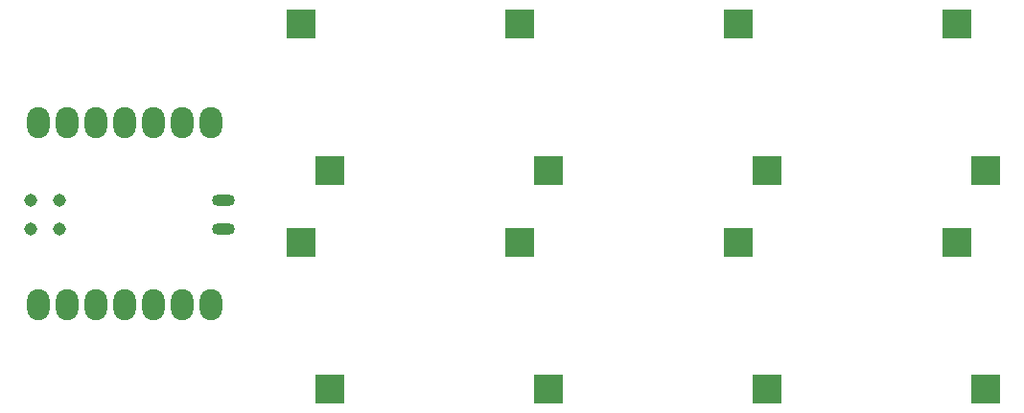
<source format=gbr>
G04 #@! TF.GenerationSoftware,KiCad,Pcbnew,8.0.6*
G04 #@! TF.CreationDate,2025-06-28T13:01:24+01:00*
G04 #@! TF.ProjectId,2x4,3278342e-6b69-4636-9164-5f7063625858,0.2*
G04 #@! TF.SameCoordinates,Original*
G04 #@! TF.FileFunction,Paste,Bot*
G04 #@! TF.FilePolarity,Positive*
%FSLAX46Y46*%
G04 Gerber Fmt 4.6, Leading zero omitted, Abs format (unit mm)*
G04 Created by KiCad (PCBNEW 8.0.6) date 2025-06-28 13:01:24*
%MOMM*%
%LPD*%
G01*
G04 APERTURE LIST*
%ADD10R,2.500000X2.550000*%
%ADD11O,1.998980X2.748280*%
%ADD12O,2.032000X1.016000*%
%ADD13C,1.143000*%
G04 APERTURE END LIST*
D10*
X103886000Y-44223000D03*
X106426000Y-57150000D03*
X142494000Y-63527000D03*
X145034000Y-76454000D03*
X123190000Y-44223000D03*
X125730000Y-57150000D03*
X123190000Y-63527000D03*
X125730000Y-76454000D03*
X103886000Y-63527000D03*
X106426000Y-76454000D03*
X84538934Y-44223000D03*
X87078934Y-57150000D03*
X142494000Y-44223000D03*
X145034000Y-57150000D03*
X84538934Y-63527000D03*
X87078934Y-76454000D03*
D11*
X61384180Y-52903120D03*
X63924180Y-52903120D03*
X66464180Y-52903120D03*
X69004180Y-52903120D03*
X71544180Y-52903120D03*
X74084180Y-52903120D03*
X76624180Y-52903120D03*
X76624180Y-69067680D03*
X74084180Y-69067680D03*
X71544180Y-69067680D03*
X69004180Y-69067680D03*
X66464180Y-69067680D03*
X63924180Y-69067680D03*
X61384180Y-69067680D03*
D12*
X77702000Y-59770000D03*
X77702000Y-62320000D03*
D13*
X60697813Y-59768803D03*
X60697813Y-62308803D03*
X63237813Y-59768803D03*
X63237813Y-62308803D03*
M02*

</source>
